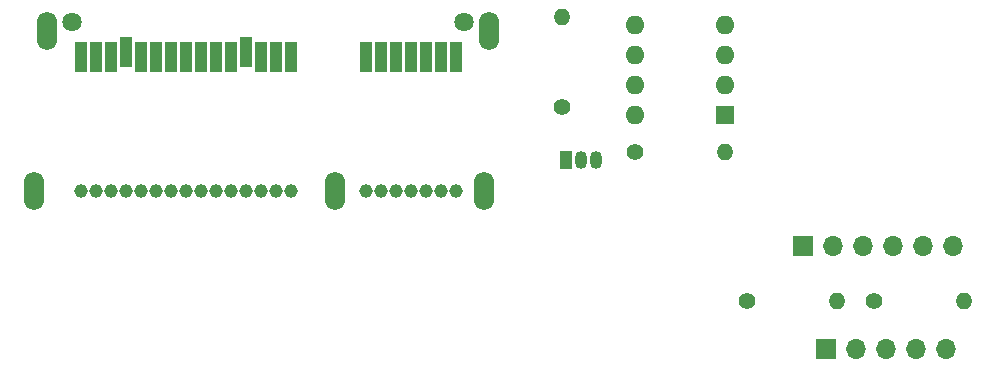
<source format=gbs>
%TF.GenerationSoftware,KiCad,Pcbnew,7.0.8*%
%TF.CreationDate,2023-10-16T22:13:19+02:00*%
%TF.ProjectId,sata_caddy,73617461-5f63-4616-9464-792e6b696361,rev?*%
%TF.SameCoordinates,Original*%
%TF.FileFunction,Soldermask,Bot*%
%TF.FilePolarity,Negative*%
%FSLAX46Y46*%
G04 Gerber Fmt 4.6, Leading zero omitted, Abs format (unit mm)*
G04 Created by KiCad (PCBNEW 7.0.8) date 2023-10-16 22:13:19*
%MOMM*%
%LPD*%
G01*
G04 APERTURE LIST*
G04 Aperture macros list*
%AMRoundRect*
0 Rectangle with rounded corners*
0 $1 Rounding radius*
0 $2 $3 $4 $5 $6 $7 $8 $9 X,Y pos of 4 corners*
0 Add a 4 corners polygon primitive as box body*
4,1,4,$2,$3,$4,$5,$6,$7,$8,$9,$2,$3,0*
0 Add four circle primitives for the rounded corners*
1,1,$1+$1,$2,$3*
1,1,$1+$1,$4,$5*
1,1,$1+$1,$6,$7*
1,1,$1+$1,$8,$9*
0 Add four rect primitives between the rounded corners*
20,1,$1+$1,$2,$3,$4,$5,0*
20,1,$1+$1,$4,$5,$6,$7,0*
20,1,$1+$1,$6,$7,$8,$9,0*
20,1,$1+$1,$8,$9,$2,$3,0*%
G04 Aperture macros list end*
%ADD10C,1.400000*%
%ADD11O,1.400000X1.400000*%
%ADD12R,1.700000X1.700000*%
%ADD13O,1.700000X1.700000*%
%ADD14R,1.050000X1.500000*%
%ADD15O,1.050000X1.500000*%
%ADD16R,1.600000X1.600000*%
%ADD17O,1.600000X1.600000*%
%ADD18C,1.152400*%
%ADD19O,1.697400X3.242400*%
%ADD20C,1.630000*%
%ADD21RoundRect,0.076200X-0.450000X-1.200000X0.450000X-1.200000X0.450000X1.200000X-0.450000X1.200000X0*%
G04 APERTURE END LIST*
D10*
%TO.C,R4*%
X68400000Y-43200000D03*
D11*
X76020000Y-43200000D03*
%TD*%
D12*
%TO.C,J1*%
X82650000Y-51175000D03*
D13*
X85190000Y-51175000D03*
X87730000Y-51175000D03*
X90270000Y-51175000D03*
X92810000Y-51175000D03*
X95350000Y-51175000D03*
%TD*%
D12*
%TO.C,J4*%
X84620000Y-59900000D03*
D13*
X87160000Y-59900000D03*
X89700000Y-59900000D03*
X92240000Y-59900000D03*
X94780000Y-59900000D03*
%TD*%
D10*
%TO.C,R1*%
X62200000Y-39420000D03*
D11*
X62200000Y-31800000D03*
%TD*%
D14*
%TO.C,Q1*%
X62560000Y-43900000D03*
D15*
X63830000Y-43900000D03*
X65100000Y-43900000D03*
%TD*%
D10*
%TO.C,R2*%
X88680000Y-55800000D03*
D11*
X96300000Y-55800000D03*
%TD*%
D10*
%TO.C,R3*%
X77890000Y-55800000D03*
D11*
X85510000Y-55800000D03*
%TD*%
D16*
%TO.C,U1*%
X76000000Y-40100000D03*
D17*
X76000000Y-37560000D03*
X76000000Y-35020000D03*
X76000000Y-32480000D03*
X68380000Y-32480000D03*
X68380000Y-35020000D03*
X68380000Y-37560000D03*
X68380000Y-40100000D03*
%TD*%
D18*
%TO.C,J3*%
X39270000Y-46500000D03*
X38000000Y-46500000D03*
X36730000Y-46500000D03*
X35460000Y-46500000D03*
X34190000Y-46500000D03*
X32920000Y-46500000D03*
X31650000Y-46500000D03*
X30380000Y-46500000D03*
X29110000Y-46500000D03*
X27840000Y-46500000D03*
X26570000Y-46500000D03*
X25300000Y-46500000D03*
X24030000Y-46500000D03*
X22760000Y-46500000D03*
X21490000Y-46500000D03*
X53240000Y-46500000D03*
X51970000Y-46500000D03*
X50700000Y-46500000D03*
X49430000Y-46500000D03*
X48160000Y-46500000D03*
X46890000Y-46500000D03*
X45620000Y-46500000D03*
D19*
X17515000Y-46500000D03*
X43045000Y-46500000D03*
X55615000Y-46500000D03*
%TD*%
D20*
%TO.C,J2*%
X20770000Y-32200000D03*
X53960000Y-32200000D03*
D21*
X39270000Y-35200000D03*
X38000000Y-35200000D03*
X36730000Y-35200000D03*
X35460000Y-34700000D03*
X34190000Y-35200000D03*
X32920000Y-35200000D03*
X31650000Y-35200000D03*
X30380000Y-35200000D03*
X29110000Y-35200000D03*
X27840000Y-35200000D03*
X26570000Y-35200000D03*
X25300000Y-34700000D03*
X24030000Y-35200000D03*
X22760000Y-35200000D03*
X21490000Y-35200000D03*
X53240000Y-35200000D03*
X51970000Y-35200000D03*
X50700000Y-35200000D03*
X49430000Y-35200000D03*
X48160000Y-35200000D03*
X46890000Y-35200000D03*
X45620000Y-35200000D03*
D19*
X18655000Y-32975000D03*
X56075000Y-32975000D03*
%TD*%
M02*

</source>
